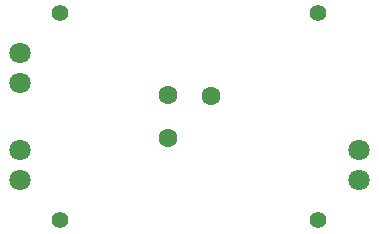
<source format=gbr>
%TF.GenerationSoftware,Novarm,DipTrace,3.2.0.1*%
%TF.CreationDate,2019-10-13T00:02:02+02:00*%
%FSLAX35Y35*%
%MOMM*%
%TF.FileFunction,Soldermask,Bot*%
%TF.Part,Single*%
%ADD22C,1.6*%
%ADD28C,1.4*%
%ADD34C,1.8*%
%ADD35C,1.8*%
G75*
G01*
%LPD*%
D35*
X-1431000Y285000D3*
D34*
X-1435000Y539000D3*
D35*
X-1431000Y-533000D3*
D34*
X-1435000Y-279000D3*
D35*
X1439000Y-533000D3*
D34*
X1435000Y-279000D3*
D28*
X1092500Y875000D3*
Y-875000D3*
X-1092500D3*
Y875000D3*
D22*
X182367Y176800D3*
X-182367Y-176800D3*
X-176800Y182367D3*
M02*

</source>
